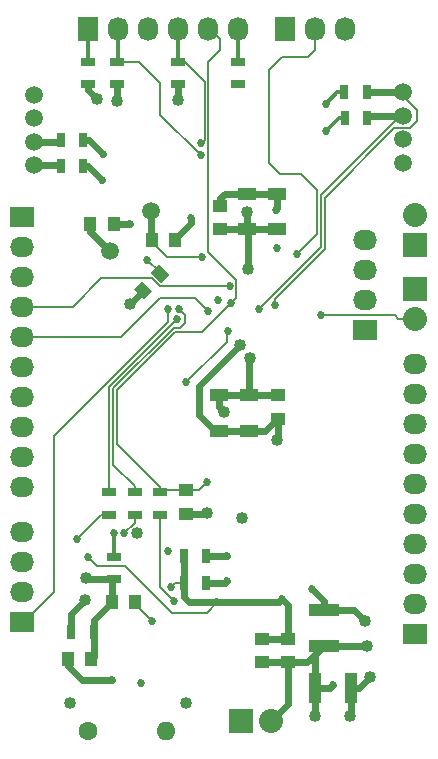
<source format=gbl>
G04 #@! TF.FileFunction,Copper,L4,Bot,Signal*
%FSLAX46Y46*%
G04 Gerber Fmt 4.6, Leading zero omitted, Abs format (unit mm)*
G04 Created by KiCad (PCBNEW 4.0.0-2.201512072331+6194~38~ubuntu14.04.1-stable) date Mon 04 Jan 2016 09:00:13 PM CET*
%MOMM*%
G01*
G04 APERTURE LIST*
%ADD10C,0.100000*%
%ADD11R,1.250000X1.000000*%
%ADD12R,1.600000X1.000000*%
%ADD13R,1.000000X1.250000*%
%ADD14R,2.500000X1.000000*%
%ADD15R,1.000000X2.500000*%
%ADD16R,2.032000X1.727200*%
%ADD17O,2.032000X1.727200*%
%ADD18R,2.032000X2.032000*%
%ADD19O,2.032000X2.032000*%
%ADD20R,1.727200X2.032000*%
%ADD21O,1.727200X2.032000*%
%ADD22C,1.500000*%
%ADD23C,1.600000*%
%ADD24O,1.600000X1.600000*%
%ADD25R,1.300000X0.700000*%
%ADD26R,0.700000X1.300000*%
%ADD27C,1.501140*%
%ADD28C,0.685800*%
%ADD29C,1.016000*%
%ADD30C,0.152400*%
%ADD31C,0.609600*%
%ADD32C,0.304800*%
G04 APERTURE END LIST*
D10*
D11*
X100351790Y-111714023D03*
X100351790Y-109714023D03*
D12*
X97938790Y-112722024D03*
X97938790Y-109722024D03*
X95398790Y-112722023D03*
X95398790Y-109722023D03*
D10*
G36*
X90280719Y-98624198D02*
X91164602Y-99508081D01*
X90457495Y-100215188D01*
X89573612Y-99331305D01*
X90280719Y-98624198D01*
X90280719Y-98624198D01*
G37*
G36*
X88866505Y-100038412D02*
X89750388Y-100922295D01*
X89043281Y-101629402D01*
X88159398Y-100745519D01*
X88866505Y-100038412D01*
X88866505Y-100038412D01*
G37*
D13*
X89678000Y-96570800D03*
X91678000Y-96570800D03*
X84471000Y-95173800D03*
X86471000Y-95173800D03*
D11*
X92583000Y-117745000D03*
X92583000Y-119745000D03*
D13*
X82566000Y-132080000D03*
X84566000Y-132080000D03*
D11*
X101219000Y-130318000D03*
X101219000Y-132318000D03*
X99060000Y-130318000D03*
X99060000Y-132318000D03*
D13*
X88299800Y-127177800D03*
X86299800Y-127177800D03*
D14*
X104267000Y-127913000D03*
X104267000Y-130913000D03*
D15*
X106529000Y-134493000D03*
X103529000Y-134493000D03*
D16*
X112014000Y-129921000D03*
D17*
X112014000Y-127381000D03*
X112014000Y-124841000D03*
X112014000Y-122301000D03*
X112014000Y-119761000D03*
X112014000Y-117221000D03*
X112014000Y-114681000D03*
X112014000Y-112141000D03*
X112014000Y-109601000D03*
X112014000Y-107061000D03*
D16*
X78740000Y-94615000D03*
D17*
X78740000Y-97155000D03*
X78740000Y-99695000D03*
X78740000Y-102235000D03*
X78740000Y-104775000D03*
X78740000Y-107315000D03*
X78740000Y-109855000D03*
X78740000Y-112395000D03*
X78740000Y-114935000D03*
X78740000Y-117475000D03*
D16*
X107746800Y-104165400D03*
D17*
X107746800Y-101625400D03*
X107746800Y-99085400D03*
X107746800Y-96545400D03*
D18*
X112014000Y-100711000D03*
D19*
X112014000Y-103251000D03*
D16*
X78740000Y-128905000D03*
D17*
X78740000Y-126365000D03*
X78740000Y-123825000D03*
X78740000Y-121285000D03*
D18*
X112014000Y-97028000D03*
D19*
X112014000Y-94488000D03*
D20*
X84328000Y-78740000D03*
D21*
X86868000Y-78740000D03*
X89408000Y-78740000D03*
X91948000Y-78740000D03*
X94488000Y-78740000D03*
X97028000Y-78740000D03*
D22*
X110934500Y-90056500D03*
X110934500Y-88056500D03*
X110934500Y-86056500D03*
X110934500Y-84056500D03*
X79692500Y-84251000D03*
X79692500Y-86251000D03*
X79692500Y-88251000D03*
X79692500Y-90251000D03*
D20*
X100965000Y-78740000D03*
D21*
X103505000Y-78740000D03*
X106045000Y-78740000D03*
D23*
X84330000Y-138176000D03*
D24*
X90930000Y-138176000D03*
D18*
X97282000Y-137287000D03*
D19*
X99822000Y-137287000D03*
D25*
X91948000Y-81473000D03*
X91948000Y-83373000D03*
X86741000Y-83373000D03*
X86741000Y-81473000D03*
X84328000Y-81473000D03*
X84328000Y-83373000D03*
X97028000Y-83373000D03*
X97028000Y-81473000D03*
X90424000Y-119822000D03*
X90424000Y-117922000D03*
X88265000Y-117922000D03*
X88265000Y-119822000D03*
X86106000Y-117922000D03*
X86106000Y-119822000D03*
X86487000Y-125283000D03*
X86487000Y-123383000D03*
D26*
X84770000Y-129794000D03*
X82870000Y-129794000D03*
X92395000Y-123317000D03*
X94295000Y-123317000D03*
X92395000Y-125603000D03*
X94295000Y-125603000D03*
D27*
X89610005Y-94082795D03*
X86157995Y-97534805D03*
D11*
X95504000Y-93665800D03*
X95504000Y-95665800D03*
D26*
X81981000Y-90297000D03*
X83881000Y-90297000D03*
X81981000Y-88138000D03*
X83881000Y-88138000D03*
X106047500Y-86233000D03*
X107947500Y-86233000D03*
X105984000Y-84074000D03*
X107884000Y-84074000D03*
D12*
X97790000Y-92657800D03*
X97790000Y-95657800D03*
X100330000Y-92657800D03*
X100330000Y-95657800D03*
D28*
X89281000Y-98221800D03*
D29*
X84137500Y-125222000D03*
D28*
X91059000Y-122936000D03*
X85471000Y-91503500D03*
D29*
X88455500Y-121412000D03*
X107886500Y-130937000D03*
X92583000Y-135763000D03*
X82740500Y-135763000D03*
X97345500Y-120078500D03*
X94361000Y-119697500D03*
X86741000Y-84772500D03*
X103505000Y-136906000D03*
X87820500Y-101981000D03*
X100330000Y-113474500D03*
X97155000Y-105473500D03*
D28*
X95275400Y-101676200D03*
X100330000Y-97205800D03*
X105003600Y-134264400D03*
X100177600Y-94005400D03*
X92979107Y-94672303D03*
X87884000Y-95173800D03*
X88773000Y-134112000D03*
X93929200Y-98018600D03*
X96418400Y-101879400D03*
X94361000Y-117094000D03*
X86360000Y-133858000D03*
X89687400Y-128803400D03*
D29*
X107759500Y-128841500D03*
D28*
X103251000Y-126111000D03*
X85534500Y-89281000D03*
D29*
X85090000Y-84645500D03*
X91948000Y-84709000D03*
X108204000Y-133540500D03*
X106489500Y-136906000D03*
X95821500Y-111125000D03*
X97790000Y-94170500D03*
X97853500Y-99060000D03*
X98044000Y-106553000D03*
D28*
X96037400Y-123317000D03*
X96062800Y-125450600D03*
X96291400Y-100431600D03*
X91105819Y-102429532D03*
X96113600Y-104267000D03*
X92583000Y-108585000D03*
X93853000Y-89408000D03*
X93853000Y-88392000D03*
X98742500Y-102425500D03*
X100139500Y-102108000D03*
X101981000Y-97790000D03*
X91567000Y-127127000D03*
X92005848Y-102429532D03*
X87376000Y-121412000D03*
X91866663Y-103256107D03*
X83375500Y-121856500D03*
X86487000Y-121412000D03*
D29*
X84074000Y-127063500D03*
D28*
X84251800Y-123444000D03*
X100711000Y-127000000D03*
X91313000Y-125984000D03*
X95250000Y-127254000D03*
X104457500Y-85026500D03*
X104457500Y-87312500D03*
X103987600Y-102946200D03*
X94488000Y-102616000D03*
D30*
X89281000Y-98221800D02*
X90369107Y-99309907D01*
X90369107Y-99309907D02*
X90369107Y-99419693D01*
D31*
X84198500Y-125283000D02*
X84137500Y-125222000D01*
X86487000Y-125283000D02*
X84198500Y-125283000D01*
X83881000Y-90297000D02*
X84264500Y-90297000D01*
X84264500Y-90297000D02*
X85471000Y-91503500D01*
X84770000Y-129794000D02*
X84770000Y-128707600D01*
X84770000Y-128707600D02*
X86299800Y-127177800D01*
X104267000Y-130913000D02*
X107862500Y-130913000D01*
X107862500Y-130913000D02*
X107886500Y-130937000D01*
X101219000Y-132318000D02*
X101219000Y-135890000D01*
X101219000Y-135890000D02*
X99822000Y-137287000D01*
X92583000Y-119745000D02*
X94313500Y-119745000D01*
X94313500Y-119745000D02*
X94361000Y-119697500D01*
X86741000Y-83373000D02*
X86741000Y-84772500D01*
X103529000Y-134493000D02*
X103529000Y-136882000D01*
X103529000Y-136882000D02*
X103505000Y-136906000D01*
X88954893Y-100833907D02*
X88954893Y-100846607D01*
X88954893Y-100846607D02*
X87820500Y-101981000D01*
X100351790Y-111714023D02*
X100351790Y-113452710D01*
X100351790Y-113452710D02*
X100330000Y-113474500D01*
X93726000Y-111379000D02*
X95069023Y-112722023D01*
X93726000Y-108902500D02*
X93726000Y-111379000D01*
X97155000Y-105473500D02*
X93726000Y-108902500D01*
X95069023Y-112722023D02*
X95398790Y-112722023D01*
X103529000Y-134493000D02*
X103529000Y-131651000D01*
X103529000Y-131651000D02*
X104267000Y-130913000D01*
X104775000Y-134493000D02*
X103529000Y-134493000D01*
X105003600Y-134264400D02*
X104775000Y-134493000D01*
X101219000Y-132318000D02*
X102862000Y-132318000D01*
X102862000Y-132318000D02*
X104267000Y-130913000D01*
X86299800Y-127177800D02*
X86299800Y-125470200D01*
X86299800Y-125470200D02*
X86487000Y-125283000D01*
D30*
X95398790Y-112722023D02*
X94764223Y-112722023D01*
D31*
X97938790Y-112722024D02*
X95398791Y-112722024D01*
X95398791Y-112722024D02*
X95398790Y-112722023D01*
X100351790Y-111714023D02*
X100274377Y-111714023D01*
X100274377Y-111714023D02*
X99266376Y-112722024D01*
X99266376Y-112722024D02*
X97938790Y-112722024D01*
X100330000Y-92657800D02*
X100330000Y-93853000D01*
X100330000Y-93853000D02*
X100177600Y-94005400D01*
X92979107Y-95144693D02*
X92979107Y-94672303D01*
X91678000Y-96570800D02*
X91678000Y-96445800D01*
X91678000Y-96445800D02*
X92979107Y-95144693D01*
X104267000Y-130913000D02*
X104267000Y-130937000D01*
X99060000Y-132318000D02*
X101219000Y-132318000D01*
X97790000Y-92657800D02*
X100330000Y-92657800D01*
X95504000Y-93665800D02*
X95504000Y-93014800D01*
X95861000Y-92657800D02*
X97790000Y-92657800D01*
X95504000Y-93014800D02*
X95861000Y-92657800D01*
X86471000Y-95173800D02*
X87884000Y-95173800D01*
X84770000Y-129794000D02*
X84770000Y-131876000D01*
X84770000Y-131876000D02*
X84566000Y-132080000D01*
D30*
X89678000Y-96570800D02*
X89678000Y-96695800D01*
X89678000Y-96695800D02*
X91000800Y-98018600D01*
X91000800Y-98018600D02*
X93929200Y-98018600D01*
D31*
X89610005Y-94082795D02*
X89610005Y-96502805D01*
X89610005Y-96502805D02*
X89678000Y-96570800D01*
X84471000Y-95173800D02*
X84471000Y-95847810D01*
X84471000Y-95847810D02*
X86157995Y-97534805D01*
D30*
X94488000Y-81528079D02*
X94488000Y-97594514D01*
X95504000Y-80512079D02*
X94488000Y-81528079D01*
X94488000Y-78359000D02*
X94488000Y-78511400D01*
X96862902Y-99969416D02*
X96862902Y-101434898D01*
X96862902Y-101434898D02*
X96761299Y-101536501D01*
X94488000Y-78511400D02*
X95504000Y-79527400D01*
X94488000Y-97594514D02*
X96862902Y-99969416D01*
X95504000Y-79527400D02*
X95504000Y-80512079D01*
X96761299Y-101536501D02*
X96418400Y-101879400D01*
X90424000Y-117922000D02*
X90424000Y-117500400D01*
X93929200Y-104368600D02*
X96418400Y-101879400D01*
X91643200Y-104368600D02*
X93929200Y-104368600D01*
X86766400Y-109245400D02*
X91643200Y-104368600D01*
X86766400Y-113842800D02*
X86766400Y-109245400D01*
X90424000Y-117500400D02*
X86766400Y-113842800D01*
X92583000Y-117745000D02*
X92458000Y-117745000D01*
X90424000Y-117922000D02*
X90424000Y-117729000D01*
X92583000Y-117745000D02*
X90601000Y-117745000D01*
X90601000Y-117745000D02*
X90424000Y-117922000D01*
X92583000Y-117745000D02*
X93710000Y-117745000D01*
X93710000Y-117745000D02*
X94361000Y-117094000D01*
D31*
X82566000Y-132080000D02*
X82566000Y-132604000D01*
X82566000Y-132604000D02*
X83820000Y-133858000D01*
X83820000Y-133858000D02*
X86360000Y-133858000D01*
D30*
X88299800Y-127177800D02*
X88299800Y-127415800D01*
X88299800Y-127415800D02*
X89687400Y-128803400D01*
D31*
X104267000Y-127913000D02*
X106831000Y-127913000D01*
X106831000Y-127913000D02*
X107759500Y-128841500D01*
X104267000Y-127127000D02*
X104267000Y-127913000D01*
X103251000Y-126111000D02*
X104267000Y-127127000D01*
X83881000Y-88138000D02*
X84391500Y-88138000D01*
X84391500Y-88138000D02*
X85534500Y-89281000D01*
X84328000Y-83373000D02*
X84328000Y-83883500D01*
X84328000Y-83883500D02*
X85090000Y-84645500D01*
X91948000Y-83373000D02*
X91948000Y-84709000D01*
X107251500Y-134493000D02*
X108204000Y-133540500D01*
X106529000Y-134493000D02*
X107251500Y-134493000D01*
X106529000Y-134493000D02*
X106529000Y-136866500D01*
X106529000Y-136866500D02*
X106489500Y-136906000D01*
X95398790Y-109722023D02*
X95398790Y-110702290D01*
X95398790Y-110702290D02*
X95821500Y-111125000D01*
X97790000Y-94170500D02*
X97790000Y-95657800D01*
X97853500Y-99060000D02*
X97853500Y-95721300D01*
X97853500Y-95721300D02*
X97790000Y-95657800D01*
X97938790Y-106658210D02*
X97938790Y-109722024D01*
X98044000Y-106553000D02*
X97938790Y-106658210D01*
D32*
X97891600Y-109674834D02*
X97938790Y-109722024D01*
X97663000Y-95784800D02*
X97790000Y-95657800D01*
D31*
X97938790Y-109722024D02*
X95398791Y-109722024D01*
X95398791Y-109722024D02*
X95398790Y-109722023D01*
X100351790Y-109714023D02*
X97946791Y-109714023D01*
X97946791Y-109714023D02*
X97938790Y-109722024D01*
X97946789Y-109714023D02*
X97938790Y-109722023D01*
X97790000Y-95657800D02*
X100330000Y-95657800D01*
X95504000Y-95665800D02*
X97782000Y-95665800D01*
X97782000Y-95665800D02*
X97790000Y-95657800D01*
X96037400Y-123317000D02*
X94295000Y-123317000D01*
X95910400Y-125603000D02*
X94295000Y-125603000D01*
X96062800Y-125450600D02*
X95910400Y-125603000D01*
D30*
X112014000Y-129921000D02*
X111379000Y-129921000D01*
X112014000Y-127381000D02*
X111912400Y-127381000D01*
X112014000Y-122301000D02*
X111861600Y-122301000D01*
X82981800Y-102235000D02*
X85406998Y-99809802D01*
X90362800Y-100443798D02*
X96279202Y-100443798D01*
X85406998Y-99809802D02*
X89728804Y-99809802D01*
X89728804Y-99809802D02*
X90362800Y-100443798D01*
X96279202Y-100443798D02*
X96291400Y-100431600D01*
X78740000Y-102235000D02*
X82981800Y-102235000D01*
X91105819Y-103483581D02*
X91105819Y-102914465D01*
X81432400Y-113157000D02*
X91105819Y-103483581D01*
X78740000Y-128905000D02*
X78892400Y-128905000D01*
X91105819Y-102914465D02*
X91105819Y-102429532D01*
X81432400Y-126365000D02*
X81432400Y-113157000D01*
X78892400Y-128905000D02*
X81432400Y-126365000D01*
X96037400Y-105181400D02*
X96037400Y-104343200D01*
X96037400Y-104343200D02*
X96113600Y-104267000D01*
X92583000Y-108585000D02*
X96037400Y-105181400D01*
D32*
X84328000Y-78740000D02*
X84328000Y-81473000D01*
D30*
X86741000Y-81473000D02*
X88585000Y-81473000D01*
X88585000Y-81473000D02*
X90424000Y-83312000D01*
X90424000Y-83312000D02*
X90424000Y-85979000D01*
X90424000Y-85979000D02*
X93853000Y-89408000D01*
D32*
X86868000Y-78740000D02*
X86868000Y-81346000D01*
X86868000Y-81346000D02*
X86741000Y-81473000D01*
D30*
X92471198Y-81473000D02*
X94183198Y-83185000D01*
X94183198Y-83185000D02*
X94183198Y-88061802D01*
X94183198Y-88061802D02*
X93853000Y-88392000D01*
X91948000Y-81473000D02*
X92471198Y-81473000D01*
D32*
X91948000Y-78740000D02*
X91948000Y-81473000D01*
X97028000Y-78740000D02*
X97028000Y-81473000D01*
D30*
X97028000Y-78359000D02*
X97028000Y-81092000D01*
X110934500Y-86056500D02*
X110730000Y-86056500D01*
X110730000Y-86056500D02*
X104013000Y-92773500D01*
X104013000Y-97155000D02*
X98742500Y-102425500D01*
X104013000Y-92773500D02*
X104013000Y-97155000D01*
X110934500Y-86056500D02*
X110934500Y-86296500D01*
D31*
X110934500Y-86056500D02*
X108124000Y-86056500D01*
X108124000Y-86056500D02*
X107947500Y-86233000D01*
D30*
X110934500Y-84056500D02*
X110934500Y-84391500D01*
X110934500Y-84391500D02*
X112141000Y-85598000D01*
X100139500Y-101536500D02*
X100139500Y-102108000D01*
X104317802Y-97358198D02*
X100139500Y-101536500D01*
X104317802Y-92976698D02*
X104317802Y-97358198D01*
X110236000Y-87058500D02*
X104317802Y-92976698D01*
X111569500Y-87058500D02*
X110236000Y-87058500D01*
X112141000Y-86487000D02*
X111569500Y-87058500D01*
X112141000Y-85598000D02*
X112141000Y-86487000D01*
D31*
X110934500Y-84056500D02*
X107901500Y-84056500D01*
X107901500Y-84056500D02*
X107884000Y-84074000D01*
D30*
X103505000Y-78740000D02*
X103505000Y-80518000D01*
X103695500Y-96075500D02*
X101981000Y-97790000D01*
X103695500Y-92315556D02*
X103695500Y-96075500D01*
X102362746Y-90982802D02*
X103695500Y-92315556D01*
X100584746Y-90982802D02*
X102362746Y-90982802D01*
X99631500Y-90029556D02*
X100584746Y-90982802D01*
X99631500Y-82169000D02*
X99631500Y-90029556D01*
X100711000Y-81089500D02*
X99631500Y-82169000D01*
X102933500Y-81089500D02*
X100711000Y-81089500D01*
X103505000Y-80518000D02*
X102933500Y-81089500D01*
X103503540Y-78741460D02*
X103505000Y-78740000D01*
X90424000Y-119822000D02*
X90424000Y-125984000D01*
X90424000Y-125984000D02*
X91567000Y-127127000D01*
X88265000Y-117419600D02*
X86436200Y-115590800D01*
X92049600Y-104013000D02*
X92506800Y-103555800D01*
X92348747Y-102772431D02*
X92005848Y-102429532D01*
X86436200Y-109118400D02*
X91541600Y-104013000D01*
X88265000Y-117922000D02*
X88265000Y-117419600D01*
X92506800Y-102930484D02*
X92348747Y-102772431D01*
X86436200Y-115590800D02*
X86436200Y-109118400D01*
X92506800Y-103555800D02*
X92506800Y-102930484D01*
X91541600Y-104013000D02*
X92049600Y-104013000D01*
X88265000Y-117922000D02*
X87950000Y-117922000D01*
X88265000Y-119822000D02*
X88265000Y-120523000D01*
X88265000Y-120523000D02*
X87376000Y-121412000D01*
X86106000Y-109016770D02*
X91866663Y-103256107D01*
X86106000Y-117922000D02*
X86106000Y-109016770D01*
X85410000Y-119822000D02*
X86106000Y-119822000D01*
X83375500Y-121856500D02*
X85410000Y-119822000D01*
X86106000Y-119822000D02*
X85537000Y-119822000D01*
D32*
X86487000Y-123383000D02*
X86487000Y-121412000D01*
D31*
X82870000Y-129794000D02*
X82870000Y-128267500D01*
X82870000Y-128267500D02*
X84074000Y-127063500D01*
D30*
X94335600Y-128168400D02*
X95250000Y-127254000D01*
X91363800Y-128168400D02*
X94335600Y-128168400D01*
X87401400Y-124206000D02*
X91363800Y-128168400D01*
X85013800Y-124206000D02*
X87401400Y-124206000D01*
X84251800Y-123444000D02*
X85013800Y-124206000D01*
D31*
X95250000Y-127254000D02*
X100457000Y-127254000D01*
X100457000Y-127254000D02*
X100711000Y-127000000D01*
X101219000Y-130318000D02*
X101219000Y-127508000D01*
X101219000Y-127508000D02*
X100711000Y-127000000D01*
X99060000Y-130318000D02*
X101219000Y-130318000D01*
D30*
X92395000Y-125603000D02*
X91694000Y-125603000D01*
X91694000Y-125603000D02*
X91313000Y-125984000D01*
D31*
X92395000Y-125603000D02*
X92395000Y-126812000D01*
X92837000Y-127254000D02*
X95250000Y-127254000D01*
X92395000Y-126812000D02*
X92837000Y-127254000D01*
X92395000Y-123317000D02*
X92395000Y-125603000D01*
D32*
X105984000Y-84074000D02*
X105410000Y-84074000D01*
X105410000Y-84074000D02*
X104457500Y-85026500D01*
X106047500Y-86233000D02*
X105537000Y-86233000D01*
X105537000Y-86233000D02*
X104457500Y-87312500D01*
D31*
X79692500Y-88251000D02*
X81868000Y-88251000D01*
X81868000Y-88251000D02*
X81981000Y-88138000D01*
D30*
X79883000Y-88505000D02*
X79897000Y-88505000D01*
D31*
X79692500Y-90251000D02*
X81935000Y-90251000D01*
X81935000Y-90251000D02*
X81981000Y-90297000D01*
D30*
X79883000Y-90505000D02*
X80183000Y-90505000D01*
X112014000Y-103251000D02*
X110577160Y-103251000D01*
X110577160Y-103251000D02*
X110272360Y-102946200D01*
X110272360Y-102946200D02*
X103987600Y-102946200D01*
X78740000Y-104775000D02*
X87122000Y-104775000D01*
X93345000Y-101473000D02*
X94488000Y-102616000D01*
X90424000Y-101473000D02*
X93345000Y-101473000D01*
X87122000Y-104775000D02*
X90424000Y-101473000D01*
M02*

</source>
